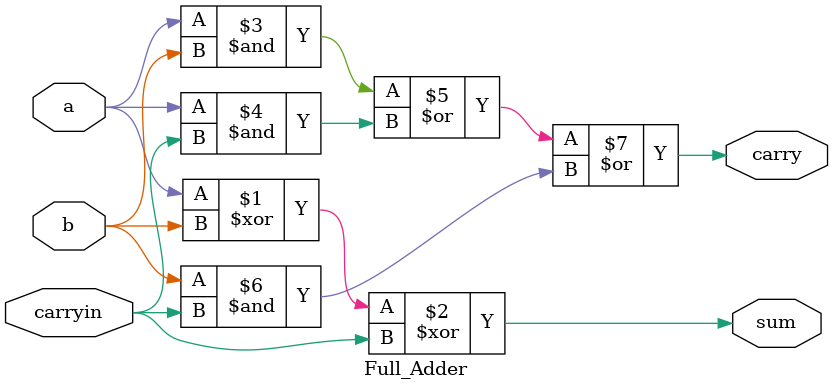
<source format=v>
module Full_Adder(a, b, carryin, carry, sum);

	input a, b, carryin;
	output carry, sum;

	assign sum = a ^ b ^ carryin;
	assign carry = (a & b) | (a & carryin) | (b & carryin);

endmodule
</source>
